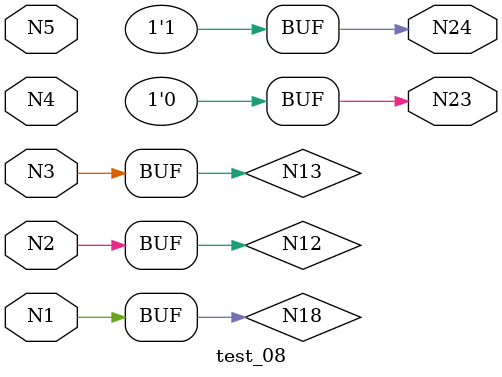
<source format=v>
/* Generated by Yosys 0.9+4272 (git sha1 10f8b75d, gcc 5.5.0-12ubuntu1~16.04 -fPIC -Os) */

(* top =  1  *)
(* src = "./verilog/test_08.v:1.1-49.10" *)
module test_08(N1, N2, N3, N4, N5, N23, N24);
  wire _00_;
  wire _01_;
  wire _02_;
  wire _03_;
  wire _04_;
  wire _05_;
  wire _06_;
  wire _07_;
  wire _08_;
  wire _09_;
  wire _10_;
  wire _11_;
  wire _12_;
  wire _13_;
  wire _14_;
  wire _15_;
  (* src = "./verilog/test_08.v:3.7-3.9" *)
  wire _16_;
  (* src = "./verilog/test_08.v:4.7-4.9" *)
  wire _17_;
  (* src = "./verilog/test_08.v:9.8-9.11" *)
  wire _18_;
  (* src = "./verilog/test_08.v:10.8-10.11" *)
  wire _19_;
  (* src = "./verilog/test_08.v:5.7-5.9" *)
  wire _20_;
  (* src = "./verilog/test_08.v:6.7-6.9" *)
  wire _21_;
  (* src = "./verilog/test_08.v:7.7-7.9" *)
  wire _22_;
  (* src = "./verilog/test_08.v:3.7-3.9" *)
  input N1;
  (* src = "./verilog/test_08.v:18.6-18.9" *)
  wire N12;
  (* src = "./verilog/test_08.v:19.6-19.9" *)
  wire N13;
  (* src = "./verilog/test_08.v:24.6-24.9" *)
  wire N18;
  (* src = "./verilog/test_08.v:4.7-4.9" *)
  input N2;
  (* src = "./verilog/test_08.v:9.8-9.11" *)
  output N23;
  (* src = "./verilog/test_08.v:10.8-10.11" *)
  output N24;
  (* src = "./verilog/test_08.v:5.7-5.9" *)
  input N3;
  (* src = "./verilog/test_08.v:6.7-6.9" *)
  input N4;
  (* src = "./verilog/test_08.v:7.7-7.9" *)
  input N5;
  assign N12 = N2;
  assign N13 = N3;
  assign N18 = N1;
  assign _18_ = 1'h0;
  assign _19_ = 1'h1;
  assign _17_ = N2;
  assign _20_ = N3;
  assign _22_ = N5;
  assign _21_ = N4;
  assign N24 = _19_;
  assign _16_ = N1;
  assign N23 = _18_;
endmodule

</source>
